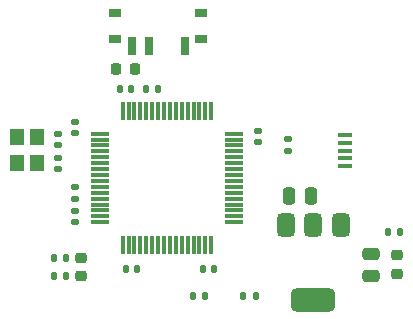
<source format=gbr>
%TF.GenerationSoftware,KiCad,Pcbnew,8.0.3*%
%TF.CreationDate,2024-06-28T00:17:40-05:00*%
%TF.ProjectId,Example PCB,4578616d-706c-4652-9050-43422e6b6963,rev?*%
%TF.SameCoordinates,Original*%
%TF.FileFunction,Paste,Top*%
%TF.FilePolarity,Positive*%
%FSLAX46Y46*%
G04 Gerber Fmt 4.6, Leading zero omitted, Abs format (unit mm)*
G04 Created by KiCad (PCBNEW 8.0.3) date 2024-06-28 00:17:40*
%MOMM*%
%LPD*%
G01*
G04 APERTURE LIST*
G04 Aperture macros list*
%AMRoundRect*
0 Rectangle with rounded corners*
0 $1 Rounding radius*
0 $2 $3 $4 $5 $6 $7 $8 $9 X,Y pos of 4 corners*
0 Add a 4 corners polygon primitive as box body*
4,1,4,$2,$3,$4,$5,$6,$7,$8,$9,$2,$3,0*
0 Add four circle primitives for the rounded corners*
1,1,$1+$1,$2,$3*
1,1,$1+$1,$4,$5*
1,1,$1+$1,$6,$7*
1,1,$1+$1,$8,$9*
0 Add four rect primitives between the rounded corners*
20,1,$1+$1,$2,$3,$4,$5,0*
20,1,$1+$1,$4,$5,$6,$7,0*
20,1,$1+$1,$6,$7,$8,$9,0*
20,1,$1+$1,$8,$9,$2,$3,0*%
G04 Aperture macros list end*
%ADD10R,1.000000X0.800000*%
%ADD11R,0.700000X1.500000*%
%ADD12R,1.200000X1.400000*%
%ADD13RoundRect,0.075000X-0.700000X-0.075000X0.700000X-0.075000X0.700000X0.075000X-0.700000X0.075000X0*%
%ADD14RoundRect,0.075000X-0.075000X-0.700000X0.075000X-0.700000X0.075000X0.700000X-0.075000X0.700000X0*%
%ADD15RoundRect,0.375000X-0.375000X0.625000X-0.375000X-0.625000X0.375000X-0.625000X0.375000X0.625000X0*%
%ADD16RoundRect,0.500000X-1.400000X0.500000X-1.400000X-0.500000X1.400000X-0.500000X1.400000X0.500000X0*%
%ADD17RoundRect,0.135000X-0.135000X-0.185000X0.135000X-0.185000X0.135000X0.185000X-0.135000X0.185000X0*%
%ADD18RoundRect,0.135000X0.135000X0.185000X-0.135000X0.185000X-0.135000X-0.185000X0.135000X-0.185000X0*%
%ADD19RoundRect,0.135000X0.185000X-0.135000X0.185000X0.135000X-0.185000X0.135000X-0.185000X-0.135000X0*%
%ADD20R,1.300000X0.450000*%
%ADD21RoundRect,0.218750X-0.256250X0.218750X-0.256250X-0.218750X0.256250X-0.218750X0.256250X0.218750X0*%
%ADD22RoundRect,0.140000X0.140000X0.170000X-0.140000X0.170000X-0.140000X-0.170000X0.140000X-0.170000X0*%
%ADD23RoundRect,0.140000X0.170000X-0.140000X0.170000X0.140000X-0.170000X0.140000X-0.170000X-0.140000X0*%
%ADD24RoundRect,0.140000X-0.140000X-0.170000X0.140000X-0.170000X0.140000X0.170000X-0.140000X0.170000X0*%
%ADD25RoundRect,0.140000X-0.170000X0.140000X-0.170000X-0.140000X0.170000X-0.140000X0.170000X0.140000X0*%
%ADD26RoundRect,0.225000X-0.225000X-0.250000X0.225000X-0.250000X0.225000X0.250000X-0.225000X0.250000X0*%
%ADD27RoundRect,0.250000X0.475000X-0.250000X0.475000X0.250000X-0.475000X0.250000X-0.475000X-0.250000X0*%
%ADD28RoundRect,0.250000X-0.250000X-0.475000X0.250000X-0.475000X0.250000X0.475000X-0.250000X0.475000X0*%
G04 APERTURE END LIST*
D10*
%TO.C,SW1*%
X114900000Y-105210000D03*
X114900000Y-103000000D03*
X107600000Y-105210000D03*
X107600000Y-103000000D03*
D11*
X113500000Y-105860000D03*
X110500000Y-105860000D03*
X109000000Y-105860000D03*
%TD*%
D12*
%TO.C,Y1*%
X99300000Y-113500000D03*
X99300000Y-115700000D03*
X101000000Y-115700000D03*
X101000000Y-113500000D03*
%TD*%
D13*
%TO.C,U2*%
X106325000Y-113250000D03*
X106325000Y-113750000D03*
X106325000Y-114250000D03*
X106325000Y-114750000D03*
X106325000Y-115250000D03*
X106325000Y-115750000D03*
X106325000Y-116250000D03*
X106325000Y-116750000D03*
X106325000Y-117250000D03*
X106325000Y-117750000D03*
X106325000Y-118250000D03*
X106325000Y-118750000D03*
X106325000Y-119250000D03*
X106325000Y-119750000D03*
X106325000Y-120250000D03*
X106325000Y-120750000D03*
D14*
X108250000Y-122675000D03*
X108750000Y-122675000D03*
X109250000Y-122675000D03*
X109750000Y-122675000D03*
X110250000Y-122675000D03*
X110750000Y-122675000D03*
X111250000Y-122675000D03*
X111750000Y-122675000D03*
X112250000Y-122675000D03*
X112750000Y-122675000D03*
X113250000Y-122675000D03*
X113750000Y-122675000D03*
X114250000Y-122675000D03*
X114750000Y-122675000D03*
X115250000Y-122675000D03*
X115750000Y-122675000D03*
D13*
X117675000Y-120750000D03*
X117675000Y-120250000D03*
X117675000Y-119750000D03*
X117675000Y-119250000D03*
X117675000Y-118750000D03*
X117675000Y-118250000D03*
X117675000Y-117750000D03*
X117675000Y-117250000D03*
X117675000Y-116750000D03*
X117675000Y-116250000D03*
X117675000Y-115750000D03*
X117675000Y-115250000D03*
X117675000Y-114750000D03*
X117675000Y-114250000D03*
X117675000Y-113750000D03*
X117675000Y-113250000D03*
D14*
X115750000Y-111325000D03*
X115250000Y-111325000D03*
X114750000Y-111325000D03*
X114250000Y-111325000D03*
X113750000Y-111325000D03*
X113250000Y-111325000D03*
X112750000Y-111325000D03*
X112250000Y-111325000D03*
X111750000Y-111325000D03*
X111250000Y-111325000D03*
X110750000Y-111325000D03*
X110250000Y-111325000D03*
X109750000Y-111325000D03*
X109250000Y-111325000D03*
X108750000Y-111325000D03*
X108250000Y-111325000D03*
%TD*%
D15*
%TO.C,U1*%
X122100000Y-121000000D03*
D16*
X124400000Y-127300000D03*
D15*
X124400000Y-121000000D03*
X126700000Y-121000000D03*
%TD*%
D17*
%TO.C,R5*%
X119500000Y-127000000D03*
X118480000Y-127000000D03*
%TD*%
D18*
%TO.C,R4*%
X114240000Y-127000000D03*
X115260000Y-127000000D03*
%TD*%
D19*
%TO.C,R3*%
X122250000Y-113730000D03*
X122250000Y-114750000D03*
%TD*%
D18*
%TO.C,R2*%
X111250000Y-109500000D03*
X110230000Y-109500000D03*
%TD*%
D17*
%TO.C,R1*%
X131760000Y-121550000D03*
X130740000Y-121550000D03*
%TD*%
D20*
%TO.C,J3*%
X127095000Y-116000000D03*
X127095000Y-115350000D03*
X127095000Y-114700000D03*
X127095000Y-114050000D03*
X127095000Y-113400000D03*
%TD*%
D21*
%TO.C,FB1*%
X104750000Y-123755000D03*
X104750000Y-125330000D03*
%TD*%
%TO.C,D1*%
X131500000Y-125125000D03*
X131500000Y-123550000D03*
%TD*%
D22*
%TO.C,C14*%
X103440000Y-125330000D03*
X102480000Y-125330000D03*
%TD*%
%TO.C,C13*%
X103440000Y-123750000D03*
X102480000Y-123750000D03*
%TD*%
D23*
%TO.C,C12*%
X104250000Y-120750000D03*
X104250000Y-119790000D03*
%TD*%
D24*
%TO.C,C11*%
X108020000Y-109500000D03*
X108980000Y-109500000D03*
%TD*%
D25*
%TO.C,C10*%
X119750000Y-113020000D03*
X119750000Y-113980000D03*
%TD*%
D22*
%TO.C,C9*%
X115980000Y-124750000D03*
X115020000Y-124750000D03*
%TD*%
D23*
%TO.C,C8*%
X102750000Y-116250000D03*
X102750000Y-115290000D03*
%TD*%
D22*
%TO.C,C7*%
X109480000Y-124750000D03*
X108520000Y-124750000D03*
%TD*%
D23*
%TO.C,C6*%
X104250000Y-113230000D03*
X104250000Y-112270000D03*
%TD*%
%TO.C,C5*%
X102750000Y-114250000D03*
X102750000Y-113290000D03*
%TD*%
D25*
%TO.C,C4*%
X104250000Y-117790000D03*
X104250000Y-118750000D03*
%TD*%
D26*
%TO.C,C3*%
X107725000Y-107750000D03*
X109275000Y-107750000D03*
%TD*%
D27*
%TO.C,C2*%
X129250000Y-123400000D03*
X129250000Y-125300000D03*
%TD*%
D28*
%TO.C,C1*%
X122300000Y-118500000D03*
X124200000Y-118500000D03*
%TD*%
M02*

</source>
